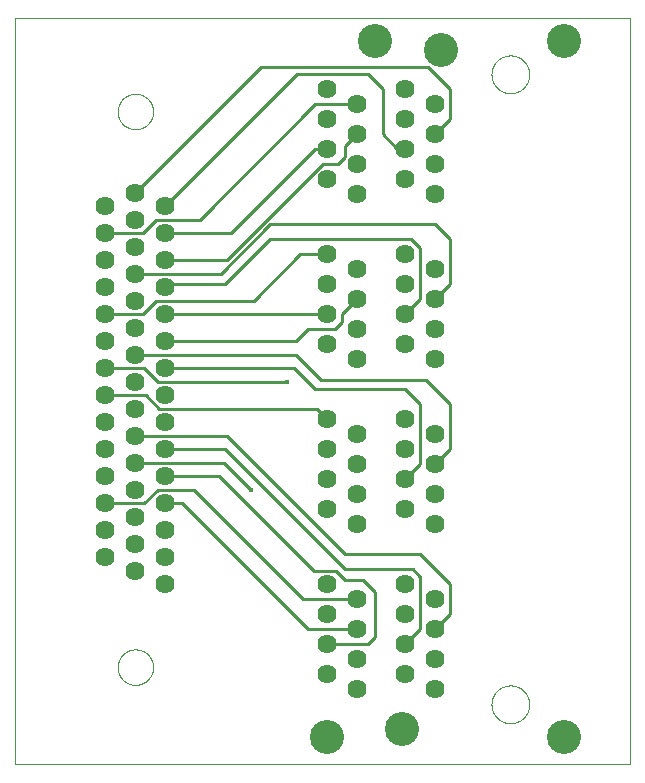
<source format=gbl>
G75*
%MOIN*%
%OFA0B0*%
%FSLAX25Y25*%
%IPPOS*%
%LPD*%
%AMOC8*
5,1,8,0,0,1.08239X$1,22.5*
%
%ADD10C,0.00000*%
%ADD11C,0.06378*%
%ADD12C,0.11339*%
%ADD13C,0.01000*%
%ADD14C,0.01781*%
D10*
X0030619Y0001000D02*
X0030619Y0249701D01*
X0235540Y0249701D01*
X0235540Y0001000D01*
X0030619Y0001000D01*
X0064713Y0033402D02*
X0064715Y0033555D01*
X0064721Y0033709D01*
X0064731Y0033862D01*
X0064745Y0034014D01*
X0064763Y0034167D01*
X0064785Y0034318D01*
X0064810Y0034469D01*
X0064840Y0034620D01*
X0064874Y0034770D01*
X0064911Y0034918D01*
X0064952Y0035066D01*
X0064997Y0035212D01*
X0065046Y0035358D01*
X0065099Y0035502D01*
X0065155Y0035644D01*
X0065215Y0035785D01*
X0065279Y0035925D01*
X0065346Y0036063D01*
X0065417Y0036199D01*
X0065492Y0036333D01*
X0065569Y0036465D01*
X0065651Y0036595D01*
X0065735Y0036723D01*
X0065823Y0036849D01*
X0065914Y0036972D01*
X0066008Y0037093D01*
X0066106Y0037211D01*
X0066206Y0037327D01*
X0066310Y0037440D01*
X0066416Y0037551D01*
X0066525Y0037659D01*
X0066637Y0037764D01*
X0066751Y0037865D01*
X0066869Y0037964D01*
X0066988Y0038060D01*
X0067110Y0038153D01*
X0067235Y0038242D01*
X0067362Y0038329D01*
X0067491Y0038411D01*
X0067622Y0038491D01*
X0067755Y0038567D01*
X0067890Y0038640D01*
X0068027Y0038709D01*
X0068166Y0038774D01*
X0068306Y0038836D01*
X0068448Y0038894D01*
X0068591Y0038949D01*
X0068736Y0039000D01*
X0068882Y0039047D01*
X0069029Y0039090D01*
X0069177Y0039129D01*
X0069326Y0039165D01*
X0069476Y0039196D01*
X0069627Y0039224D01*
X0069778Y0039248D01*
X0069931Y0039268D01*
X0070083Y0039284D01*
X0070236Y0039296D01*
X0070389Y0039304D01*
X0070542Y0039308D01*
X0070696Y0039308D01*
X0070849Y0039304D01*
X0071002Y0039296D01*
X0071155Y0039284D01*
X0071307Y0039268D01*
X0071460Y0039248D01*
X0071611Y0039224D01*
X0071762Y0039196D01*
X0071912Y0039165D01*
X0072061Y0039129D01*
X0072209Y0039090D01*
X0072356Y0039047D01*
X0072502Y0039000D01*
X0072647Y0038949D01*
X0072790Y0038894D01*
X0072932Y0038836D01*
X0073072Y0038774D01*
X0073211Y0038709D01*
X0073348Y0038640D01*
X0073483Y0038567D01*
X0073616Y0038491D01*
X0073747Y0038411D01*
X0073876Y0038329D01*
X0074003Y0038242D01*
X0074128Y0038153D01*
X0074250Y0038060D01*
X0074369Y0037964D01*
X0074487Y0037865D01*
X0074601Y0037764D01*
X0074713Y0037659D01*
X0074822Y0037551D01*
X0074928Y0037440D01*
X0075032Y0037327D01*
X0075132Y0037211D01*
X0075230Y0037093D01*
X0075324Y0036972D01*
X0075415Y0036849D01*
X0075503Y0036723D01*
X0075587Y0036595D01*
X0075669Y0036465D01*
X0075746Y0036333D01*
X0075821Y0036199D01*
X0075892Y0036063D01*
X0075959Y0035925D01*
X0076023Y0035785D01*
X0076083Y0035644D01*
X0076139Y0035502D01*
X0076192Y0035358D01*
X0076241Y0035212D01*
X0076286Y0035066D01*
X0076327Y0034918D01*
X0076364Y0034770D01*
X0076398Y0034620D01*
X0076428Y0034469D01*
X0076453Y0034318D01*
X0076475Y0034167D01*
X0076493Y0034014D01*
X0076507Y0033862D01*
X0076517Y0033709D01*
X0076523Y0033555D01*
X0076525Y0033402D01*
X0076523Y0033249D01*
X0076517Y0033095D01*
X0076507Y0032942D01*
X0076493Y0032790D01*
X0076475Y0032637D01*
X0076453Y0032486D01*
X0076428Y0032335D01*
X0076398Y0032184D01*
X0076364Y0032034D01*
X0076327Y0031886D01*
X0076286Y0031738D01*
X0076241Y0031592D01*
X0076192Y0031446D01*
X0076139Y0031302D01*
X0076083Y0031160D01*
X0076023Y0031019D01*
X0075959Y0030879D01*
X0075892Y0030741D01*
X0075821Y0030605D01*
X0075746Y0030471D01*
X0075669Y0030339D01*
X0075587Y0030209D01*
X0075503Y0030081D01*
X0075415Y0029955D01*
X0075324Y0029832D01*
X0075230Y0029711D01*
X0075132Y0029593D01*
X0075032Y0029477D01*
X0074928Y0029364D01*
X0074822Y0029253D01*
X0074713Y0029145D01*
X0074601Y0029040D01*
X0074487Y0028939D01*
X0074369Y0028840D01*
X0074250Y0028744D01*
X0074128Y0028651D01*
X0074003Y0028562D01*
X0073876Y0028475D01*
X0073747Y0028393D01*
X0073616Y0028313D01*
X0073483Y0028237D01*
X0073348Y0028164D01*
X0073211Y0028095D01*
X0073072Y0028030D01*
X0072932Y0027968D01*
X0072790Y0027910D01*
X0072647Y0027855D01*
X0072502Y0027804D01*
X0072356Y0027757D01*
X0072209Y0027714D01*
X0072061Y0027675D01*
X0071912Y0027639D01*
X0071762Y0027608D01*
X0071611Y0027580D01*
X0071460Y0027556D01*
X0071307Y0027536D01*
X0071155Y0027520D01*
X0071002Y0027508D01*
X0070849Y0027500D01*
X0070696Y0027496D01*
X0070542Y0027496D01*
X0070389Y0027500D01*
X0070236Y0027508D01*
X0070083Y0027520D01*
X0069931Y0027536D01*
X0069778Y0027556D01*
X0069627Y0027580D01*
X0069476Y0027608D01*
X0069326Y0027639D01*
X0069177Y0027675D01*
X0069029Y0027714D01*
X0068882Y0027757D01*
X0068736Y0027804D01*
X0068591Y0027855D01*
X0068448Y0027910D01*
X0068306Y0027968D01*
X0068166Y0028030D01*
X0068027Y0028095D01*
X0067890Y0028164D01*
X0067755Y0028237D01*
X0067622Y0028313D01*
X0067491Y0028393D01*
X0067362Y0028475D01*
X0067235Y0028562D01*
X0067110Y0028651D01*
X0066988Y0028744D01*
X0066869Y0028840D01*
X0066751Y0028939D01*
X0066637Y0029040D01*
X0066525Y0029145D01*
X0066416Y0029253D01*
X0066310Y0029364D01*
X0066206Y0029477D01*
X0066106Y0029593D01*
X0066008Y0029711D01*
X0065914Y0029832D01*
X0065823Y0029955D01*
X0065735Y0030081D01*
X0065651Y0030209D01*
X0065569Y0030339D01*
X0065492Y0030471D01*
X0065417Y0030605D01*
X0065346Y0030741D01*
X0065279Y0030879D01*
X0065215Y0031019D01*
X0065155Y0031160D01*
X0065099Y0031302D01*
X0065046Y0031446D01*
X0064997Y0031592D01*
X0064952Y0031738D01*
X0064911Y0031886D01*
X0064874Y0032034D01*
X0064840Y0032184D01*
X0064810Y0032335D01*
X0064785Y0032486D01*
X0064763Y0032637D01*
X0064745Y0032790D01*
X0064731Y0032942D01*
X0064721Y0033095D01*
X0064715Y0033249D01*
X0064713Y0033402D01*
X0189320Y0021000D02*
X0189322Y0021158D01*
X0189328Y0021316D01*
X0189338Y0021474D01*
X0189352Y0021632D01*
X0189370Y0021789D01*
X0189391Y0021946D01*
X0189417Y0022102D01*
X0189447Y0022258D01*
X0189480Y0022413D01*
X0189518Y0022566D01*
X0189559Y0022719D01*
X0189604Y0022871D01*
X0189653Y0023022D01*
X0189706Y0023171D01*
X0189762Y0023319D01*
X0189822Y0023465D01*
X0189886Y0023610D01*
X0189954Y0023753D01*
X0190025Y0023895D01*
X0190099Y0024035D01*
X0190177Y0024172D01*
X0190259Y0024308D01*
X0190343Y0024442D01*
X0190432Y0024573D01*
X0190523Y0024702D01*
X0190618Y0024829D01*
X0190715Y0024954D01*
X0190816Y0025076D01*
X0190920Y0025195D01*
X0191027Y0025312D01*
X0191137Y0025426D01*
X0191250Y0025537D01*
X0191365Y0025646D01*
X0191483Y0025751D01*
X0191604Y0025853D01*
X0191727Y0025953D01*
X0191853Y0026049D01*
X0191981Y0026142D01*
X0192111Y0026232D01*
X0192244Y0026318D01*
X0192379Y0026402D01*
X0192515Y0026481D01*
X0192654Y0026558D01*
X0192795Y0026630D01*
X0192937Y0026700D01*
X0193081Y0026765D01*
X0193227Y0026827D01*
X0193374Y0026885D01*
X0193523Y0026940D01*
X0193673Y0026991D01*
X0193824Y0027038D01*
X0193976Y0027081D01*
X0194129Y0027120D01*
X0194284Y0027156D01*
X0194439Y0027187D01*
X0194595Y0027215D01*
X0194751Y0027239D01*
X0194908Y0027259D01*
X0195066Y0027275D01*
X0195223Y0027287D01*
X0195382Y0027295D01*
X0195540Y0027299D01*
X0195698Y0027299D01*
X0195856Y0027295D01*
X0196015Y0027287D01*
X0196172Y0027275D01*
X0196330Y0027259D01*
X0196487Y0027239D01*
X0196643Y0027215D01*
X0196799Y0027187D01*
X0196954Y0027156D01*
X0197109Y0027120D01*
X0197262Y0027081D01*
X0197414Y0027038D01*
X0197565Y0026991D01*
X0197715Y0026940D01*
X0197864Y0026885D01*
X0198011Y0026827D01*
X0198157Y0026765D01*
X0198301Y0026700D01*
X0198443Y0026630D01*
X0198584Y0026558D01*
X0198723Y0026481D01*
X0198859Y0026402D01*
X0198994Y0026318D01*
X0199127Y0026232D01*
X0199257Y0026142D01*
X0199385Y0026049D01*
X0199511Y0025953D01*
X0199634Y0025853D01*
X0199755Y0025751D01*
X0199873Y0025646D01*
X0199988Y0025537D01*
X0200101Y0025426D01*
X0200211Y0025312D01*
X0200318Y0025195D01*
X0200422Y0025076D01*
X0200523Y0024954D01*
X0200620Y0024829D01*
X0200715Y0024702D01*
X0200806Y0024573D01*
X0200895Y0024442D01*
X0200979Y0024308D01*
X0201061Y0024172D01*
X0201139Y0024035D01*
X0201213Y0023895D01*
X0201284Y0023753D01*
X0201352Y0023610D01*
X0201416Y0023465D01*
X0201476Y0023319D01*
X0201532Y0023171D01*
X0201585Y0023022D01*
X0201634Y0022871D01*
X0201679Y0022719D01*
X0201720Y0022566D01*
X0201758Y0022413D01*
X0201791Y0022258D01*
X0201821Y0022102D01*
X0201847Y0021946D01*
X0201868Y0021789D01*
X0201886Y0021632D01*
X0201900Y0021474D01*
X0201910Y0021316D01*
X0201916Y0021158D01*
X0201918Y0021000D01*
X0201916Y0020842D01*
X0201910Y0020684D01*
X0201900Y0020526D01*
X0201886Y0020368D01*
X0201868Y0020211D01*
X0201847Y0020054D01*
X0201821Y0019898D01*
X0201791Y0019742D01*
X0201758Y0019587D01*
X0201720Y0019434D01*
X0201679Y0019281D01*
X0201634Y0019129D01*
X0201585Y0018978D01*
X0201532Y0018829D01*
X0201476Y0018681D01*
X0201416Y0018535D01*
X0201352Y0018390D01*
X0201284Y0018247D01*
X0201213Y0018105D01*
X0201139Y0017965D01*
X0201061Y0017828D01*
X0200979Y0017692D01*
X0200895Y0017558D01*
X0200806Y0017427D01*
X0200715Y0017298D01*
X0200620Y0017171D01*
X0200523Y0017046D01*
X0200422Y0016924D01*
X0200318Y0016805D01*
X0200211Y0016688D01*
X0200101Y0016574D01*
X0199988Y0016463D01*
X0199873Y0016354D01*
X0199755Y0016249D01*
X0199634Y0016147D01*
X0199511Y0016047D01*
X0199385Y0015951D01*
X0199257Y0015858D01*
X0199127Y0015768D01*
X0198994Y0015682D01*
X0198859Y0015598D01*
X0198723Y0015519D01*
X0198584Y0015442D01*
X0198443Y0015370D01*
X0198301Y0015300D01*
X0198157Y0015235D01*
X0198011Y0015173D01*
X0197864Y0015115D01*
X0197715Y0015060D01*
X0197565Y0015009D01*
X0197414Y0014962D01*
X0197262Y0014919D01*
X0197109Y0014880D01*
X0196954Y0014844D01*
X0196799Y0014813D01*
X0196643Y0014785D01*
X0196487Y0014761D01*
X0196330Y0014741D01*
X0196172Y0014725D01*
X0196015Y0014713D01*
X0195856Y0014705D01*
X0195698Y0014701D01*
X0195540Y0014701D01*
X0195382Y0014705D01*
X0195223Y0014713D01*
X0195066Y0014725D01*
X0194908Y0014741D01*
X0194751Y0014761D01*
X0194595Y0014785D01*
X0194439Y0014813D01*
X0194284Y0014844D01*
X0194129Y0014880D01*
X0193976Y0014919D01*
X0193824Y0014962D01*
X0193673Y0015009D01*
X0193523Y0015060D01*
X0193374Y0015115D01*
X0193227Y0015173D01*
X0193081Y0015235D01*
X0192937Y0015300D01*
X0192795Y0015370D01*
X0192654Y0015442D01*
X0192515Y0015519D01*
X0192379Y0015598D01*
X0192244Y0015682D01*
X0192111Y0015768D01*
X0191981Y0015858D01*
X0191853Y0015951D01*
X0191727Y0016047D01*
X0191604Y0016147D01*
X0191483Y0016249D01*
X0191365Y0016354D01*
X0191250Y0016463D01*
X0191137Y0016574D01*
X0191027Y0016688D01*
X0190920Y0016805D01*
X0190816Y0016924D01*
X0190715Y0017046D01*
X0190618Y0017171D01*
X0190523Y0017298D01*
X0190432Y0017427D01*
X0190343Y0017558D01*
X0190259Y0017692D01*
X0190177Y0017828D01*
X0190099Y0017965D01*
X0190025Y0018105D01*
X0189954Y0018247D01*
X0189886Y0018390D01*
X0189822Y0018535D01*
X0189762Y0018681D01*
X0189706Y0018829D01*
X0189653Y0018978D01*
X0189604Y0019129D01*
X0189559Y0019281D01*
X0189518Y0019434D01*
X0189480Y0019587D01*
X0189447Y0019742D01*
X0189417Y0019898D01*
X0189391Y0020054D01*
X0189370Y0020211D01*
X0189352Y0020368D01*
X0189338Y0020526D01*
X0189328Y0020684D01*
X0189322Y0020842D01*
X0189320Y0021000D01*
X0064713Y0218598D02*
X0064715Y0218751D01*
X0064721Y0218905D01*
X0064731Y0219058D01*
X0064745Y0219210D01*
X0064763Y0219363D01*
X0064785Y0219514D01*
X0064810Y0219665D01*
X0064840Y0219816D01*
X0064874Y0219966D01*
X0064911Y0220114D01*
X0064952Y0220262D01*
X0064997Y0220408D01*
X0065046Y0220554D01*
X0065099Y0220698D01*
X0065155Y0220840D01*
X0065215Y0220981D01*
X0065279Y0221121D01*
X0065346Y0221259D01*
X0065417Y0221395D01*
X0065492Y0221529D01*
X0065569Y0221661D01*
X0065651Y0221791D01*
X0065735Y0221919D01*
X0065823Y0222045D01*
X0065914Y0222168D01*
X0066008Y0222289D01*
X0066106Y0222407D01*
X0066206Y0222523D01*
X0066310Y0222636D01*
X0066416Y0222747D01*
X0066525Y0222855D01*
X0066637Y0222960D01*
X0066751Y0223061D01*
X0066869Y0223160D01*
X0066988Y0223256D01*
X0067110Y0223349D01*
X0067235Y0223438D01*
X0067362Y0223525D01*
X0067491Y0223607D01*
X0067622Y0223687D01*
X0067755Y0223763D01*
X0067890Y0223836D01*
X0068027Y0223905D01*
X0068166Y0223970D01*
X0068306Y0224032D01*
X0068448Y0224090D01*
X0068591Y0224145D01*
X0068736Y0224196D01*
X0068882Y0224243D01*
X0069029Y0224286D01*
X0069177Y0224325D01*
X0069326Y0224361D01*
X0069476Y0224392D01*
X0069627Y0224420D01*
X0069778Y0224444D01*
X0069931Y0224464D01*
X0070083Y0224480D01*
X0070236Y0224492D01*
X0070389Y0224500D01*
X0070542Y0224504D01*
X0070696Y0224504D01*
X0070849Y0224500D01*
X0071002Y0224492D01*
X0071155Y0224480D01*
X0071307Y0224464D01*
X0071460Y0224444D01*
X0071611Y0224420D01*
X0071762Y0224392D01*
X0071912Y0224361D01*
X0072061Y0224325D01*
X0072209Y0224286D01*
X0072356Y0224243D01*
X0072502Y0224196D01*
X0072647Y0224145D01*
X0072790Y0224090D01*
X0072932Y0224032D01*
X0073072Y0223970D01*
X0073211Y0223905D01*
X0073348Y0223836D01*
X0073483Y0223763D01*
X0073616Y0223687D01*
X0073747Y0223607D01*
X0073876Y0223525D01*
X0074003Y0223438D01*
X0074128Y0223349D01*
X0074250Y0223256D01*
X0074369Y0223160D01*
X0074487Y0223061D01*
X0074601Y0222960D01*
X0074713Y0222855D01*
X0074822Y0222747D01*
X0074928Y0222636D01*
X0075032Y0222523D01*
X0075132Y0222407D01*
X0075230Y0222289D01*
X0075324Y0222168D01*
X0075415Y0222045D01*
X0075503Y0221919D01*
X0075587Y0221791D01*
X0075669Y0221661D01*
X0075746Y0221529D01*
X0075821Y0221395D01*
X0075892Y0221259D01*
X0075959Y0221121D01*
X0076023Y0220981D01*
X0076083Y0220840D01*
X0076139Y0220698D01*
X0076192Y0220554D01*
X0076241Y0220408D01*
X0076286Y0220262D01*
X0076327Y0220114D01*
X0076364Y0219966D01*
X0076398Y0219816D01*
X0076428Y0219665D01*
X0076453Y0219514D01*
X0076475Y0219363D01*
X0076493Y0219210D01*
X0076507Y0219058D01*
X0076517Y0218905D01*
X0076523Y0218751D01*
X0076525Y0218598D01*
X0076523Y0218445D01*
X0076517Y0218291D01*
X0076507Y0218138D01*
X0076493Y0217986D01*
X0076475Y0217833D01*
X0076453Y0217682D01*
X0076428Y0217531D01*
X0076398Y0217380D01*
X0076364Y0217230D01*
X0076327Y0217082D01*
X0076286Y0216934D01*
X0076241Y0216788D01*
X0076192Y0216642D01*
X0076139Y0216498D01*
X0076083Y0216356D01*
X0076023Y0216215D01*
X0075959Y0216075D01*
X0075892Y0215937D01*
X0075821Y0215801D01*
X0075746Y0215667D01*
X0075669Y0215535D01*
X0075587Y0215405D01*
X0075503Y0215277D01*
X0075415Y0215151D01*
X0075324Y0215028D01*
X0075230Y0214907D01*
X0075132Y0214789D01*
X0075032Y0214673D01*
X0074928Y0214560D01*
X0074822Y0214449D01*
X0074713Y0214341D01*
X0074601Y0214236D01*
X0074487Y0214135D01*
X0074369Y0214036D01*
X0074250Y0213940D01*
X0074128Y0213847D01*
X0074003Y0213758D01*
X0073876Y0213671D01*
X0073747Y0213589D01*
X0073616Y0213509D01*
X0073483Y0213433D01*
X0073348Y0213360D01*
X0073211Y0213291D01*
X0073072Y0213226D01*
X0072932Y0213164D01*
X0072790Y0213106D01*
X0072647Y0213051D01*
X0072502Y0213000D01*
X0072356Y0212953D01*
X0072209Y0212910D01*
X0072061Y0212871D01*
X0071912Y0212835D01*
X0071762Y0212804D01*
X0071611Y0212776D01*
X0071460Y0212752D01*
X0071307Y0212732D01*
X0071155Y0212716D01*
X0071002Y0212704D01*
X0070849Y0212696D01*
X0070696Y0212692D01*
X0070542Y0212692D01*
X0070389Y0212696D01*
X0070236Y0212704D01*
X0070083Y0212716D01*
X0069931Y0212732D01*
X0069778Y0212752D01*
X0069627Y0212776D01*
X0069476Y0212804D01*
X0069326Y0212835D01*
X0069177Y0212871D01*
X0069029Y0212910D01*
X0068882Y0212953D01*
X0068736Y0213000D01*
X0068591Y0213051D01*
X0068448Y0213106D01*
X0068306Y0213164D01*
X0068166Y0213226D01*
X0068027Y0213291D01*
X0067890Y0213360D01*
X0067755Y0213433D01*
X0067622Y0213509D01*
X0067491Y0213589D01*
X0067362Y0213671D01*
X0067235Y0213758D01*
X0067110Y0213847D01*
X0066988Y0213940D01*
X0066869Y0214036D01*
X0066751Y0214135D01*
X0066637Y0214236D01*
X0066525Y0214341D01*
X0066416Y0214449D01*
X0066310Y0214560D01*
X0066206Y0214673D01*
X0066106Y0214789D01*
X0066008Y0214907D01*
X0065914Y0215028D01*
X0065823Y0215151D01*
X0065735Y0215277D01*
X0065651Y0215405D01*
X0065569Y0215535D01*
X0065492Y0215667D01*
X0065417Y0215801D01*
X0065346Y0215937D01*
X0065279Y0216075D01*
X0065215Y0216215D01*
X0065155Y0216356D01*
X0065099Y0216498D01*
X0065046Y0216642D01*
X0064997Y0216788D01*
X0064952Y0216934D01*
X0064911Y0217082D01*
X0064874Y0217230D01*
X0064840Y0217380D01*
X0064810Y0217531D01*
X0064785Y0217682D01*
X0064763Y0217833D01*
X0064745Y0217986D01*
X0064731Y0218138D01*
X0064721Y0218291D01*
X0064715Y0218445D01*
X0064713Y0218598D01*
X0189320Y0231000D02*
X0189322Y0231158D01*
X0189328Y0231316D01*
X0189338Y0231474D01*
X0189352Y0231632D01*
X0189370Y0231789D01*
X0189391Y0231946D01*
X0189417Y0232102D01*
X0189447Y0232258D01*
X0189480Y0232413D01*
X0189518Y0232566D01*
X0189559Y0232719D01*
X0189604Y0232871D01*
X0189653Y0233022D01*
X0189706Y0233171D01*
X0189762Y0233319D01*
X0189822Y0233465D01*
X0189886Y0233610D01*
X0189954Y0233753D01*
X0190025Y0233895D01*
X0190099Y0234035D01*
X0190177Y0234172D01*
X0190259Y0234308D01*
X0190343Y0234442D01*
X0190432Y0234573D01*
X0190523Y0234702D01*
X0190618Y0234829D01*
X0190715Y0234954D01*
X0190816Y0235076D01*
X0190920Y0235195D01*
X0191027Y0235312D01*
X0191137Y0235426D01*
X0191250Y0235537D01*
X0191365Y0235646D01*
X0191483Y0235751D01*
X0191604Y0235853D01*
X0191727Y0235953D01*
X0191853Y0236049D01*
X0191981Y0236142D01*
X0192111Y0236232D01*
X0192244Y0236318D01*
X0192379Y0236402D01*
X0192515Y0236481D01*
X0192654Y0236558D01*
X0192795Y0236630D01*
X0192937Y0236700D01*
X0193081Y0236765D01*
X0193227Y0236827D01*
X0193374Y0236885D01*
X0193523Y0236940D01*
X0193673Y0236991D01*
X0193824Y0237038D01*
X0193976Y0237081D01*
X0194129Y0237120D01*
X0194284Y0237156D01*
X0194439Y0237187D01*
X0194595Y0237215D01*
X0194751Y0237239D01*
X0194908Y0237259D01*
X0195066Y0237275D01*
X0195223Y0237287D01*
X0195382Y0237295D01*
X0195540Y0237299D01*
X0195698Y0237299D01*
X0195856Y0237295D01*
X0196015Y0237287D01*
X0196172Y0237275D01*
X0196330Y0237259D01*
X0196487Y0237239D01*
X0196643Y0237215D01*
X0196799Y0237187D01*
X0196954Y0237156D01*
X0197109Y0237120D01*
X0197262Y0237081D01*
X0197414Y0237038D01*
X0197565Y0236991D01*
X0197715Y0236940D01*
X0197864Y0236885D01*
X0198011Y0236827D01*
X0198157Y0236765D01*
X0198301Y0236700D01*
X0198443Y0236630D01*
X0198584Y0236558D01*
X0198723Y0236481D01*
X0198859Y0236402D01*
X0198994Y0236318D01*
X0199127Y0236232D01*
X0199257Y0236142D01*
X0199385Y0236049D01*
X0199511Y0235953D01*
X0199634Y0235853D01*
X0199755Y0235751D01*
X0199873Y0235646D01*
X0199988Y0235537D01*
X0200101Y0235426D01*
X0200211Y0235312D01*
X0200318Y0235195D01*
X0200422Y0235076D01*
X0200523Y0234954D01*
X0200620Y0234829D01*
X0200715Y0234702D01*
X0200806Y0234573D01*
X0200895Y0234442D01*
X0200979Y0234308D01*
X0201061Y0234172D01*
X0201139Y0234035D01*
X0201213Y0233895D01*
X0201284Y0233753D01*
X0201352Y0233610D01*
X0201416Y0233465D01*
X0201476Y0233319D01*
X0201532Y0233171D01*
X0201585Y0233022D01*
X0201634Y0232871D01*
X0201679Y0232719D01*
X0201720Y0232566D01*
X0201758Y0232413D01*
X0201791Y0232258D01*
X0201821Y0232102D01*
X0201847Y0231946D01*
X0201868Y0231789D01*
X0201886Y0231632D01*
X0201900Y0231474D01*
X0201910Y0231316D01*
X0201916Y0231158D01*
X0201918Y0231000D01*
X0201916Y0230842D01*
X0201910Y0230684D01*
X0201900Y0230526D01*
X0201886Y0230368D01*
X0201868Y0230211D01*
X0201847Y0230054D01*
X0201821Y0229898D01*
X0201791Y0229742D01*
X0201758Y0229587D01*
X0201720Y0229434D01*
X0201679Y0229281D01*
X0201634Y0229129D01*
X0201585Y0228978D01*
X0201532Y0228829D01*
X0201476Y0228681D01*
X0201416Y0228535D01*
X0201352Y0228390D01*
X0201284Y0228247D01*
X0201213Y0228105D01*
X0201139Y0227965D01*
X0201061Y0227828D01*
X0200979Y0227692D01*
X0200895Y0227558D01*
X0200806Y0227427D01*
X0200715Y0227298D01*
X0200620Y0227171D01*
X0200523Y0227046D01*
X0200422Y0226924D01*
X0200318Y0226805D01*
X0200211Y0226688D01*
X0200101Y0226574D01*
X0199988Y0226463D01*
X0199873Y0226354D01*
X0199755Y0226249D01*
X0199634Y0226147D01*
X0199511Y0226047D01*
X0199385Y0225951D01*
X0199257Y0225858D01*
X0199127Y0225768D01*
X0198994Y0225682D01*
X0198859Y0225598D01*
X0198723Y0225519D01*
X0198584Y0225442D01*
X0198443Y0225370D01*
X0198301Y0225300D01*
X0198157Y0225235D01*
X0198011Y0225173D01*
X0197864Y0225115D01*
X0197715Y0225060D01*
X0197565Y0225009D01*
X0197414Y0224962D01*
X0197262Y0224919D01*
X0197109Y0224880D01*
X0196954Y0224844D01*
X0196799Y0224813D01*
X0196643Y0224785D01*
X0196487Y0224761D01*
X0196330Y0224741D01*
X0196172Y0224725D01*
X0196015Y0224713D01*
X0195856Y0224705D01*
X0195698Y0224701D01*
X0195540Y0224701D01*
X0195382Y0224705D01*
X0195223Y0224713D01*
X0195066Y0224725D01*
X0194908Y0224741D01*
X0194751Y0224761D01*
X0194595Y0224785D01*
X0194439Y0224813D01*
X0194284Y0224844D01*
X0194129Y0224880D01*
X0193976Y0224919D01*
X0193824Y0224962D01*
X0193673Y0225009D01*
X0193523Y0225060D01*
X0193374Y0225115D01*
X0193227Y0225173D01*
X0193081Y0225235D01*
X0192937Y0225300D01*
X0192795Y0225370D01*
X0192654Y0225442D01*
X0192515Y0225519D01*
X0192379Y0225598D01*
X0192244Y0225682D01*
X0192111Y0225768D01*
X0191981Y0225858D01*
X0191853Y0225951D01*
X0191727Y0226047D01*
X0191604Y0226147D01*
X0191483Y0226249D01*
X0191365Y0226354D01*
X0191250Y0226463D01*
X0191137Y0226574D01*
X0191027Y0226688D01*
X0190920Y0226805D01*
X0190816Y0226924D01*
X0190715Y0227046D01*
X0190618Y0227171D01*
X0190523Y0227298D01*
X0190432Y0227427D01*
X0190343Y0227558D01*
X0190259Y0227692D01*
X0190177Y0227828D01*
X0190099Y0227965D01*
X0190025Y0228105D01*
X0189954Y0228247D01*
X0189886Y0228390D01*
X0189822Y0228535D01*
X0189762Y0228681D01*
X0189706Y0228829D01*
X0189653Y0228978D01*
X0189604Y0229129D01*
X0189559Y0229281D01*
X0189518Y0229434D01*
X0189480Y0229587D01*
X0189447Y0229742D01*
X0189417Y0229898D01*
X0189391Y0230054D01*
X0189370Y0230211D01*
X0189352Y0230368D01*
X0189338Y0230526D01*
X0189328Y0230684D01*
X0189322Y0230842D01*
X0189320Y0231000D01*
D11*
X0170619Y0221000D03*
X0170619Y0211000D03*
X0170619Y0201000D03*
X0170619Y0191000D03*
X0160619Y0196000D03*
X0160619Y0206000D03*
X0160619Y0216000D03*
X0160619Y0226000D03*
X0144635Y0221000D03*
X0144635Y0211000D03*
X0144635Y0201000D03*
X0144635Y0191000D03*
X0134635Y0196000D03*
X0134635Y0206000D03*
X0134635Y0216000D03*
X0134635Y0226000D03*
X0134635Y0171000D03*
X0134635Y0161000D03*
X0134635Y0151000D03*
X0134635Y0141000D03*
X0144635Y0136000D03*
X0144635Y0146000D03*
X0144635Y0156000D03*
X0144635Y0166000D03*
X0160619Y0161000D03*
X0160619Y0151000D03*
X0160619Y0141000D03*
X0170619Y0136000D03*
X0170619Y0146000D03*
X0170619Y0156000D03*
X0170619Y0166000D03*
X0160619Y0171000D03*
X0160619Y0116000D03*
X0160619Y0106000D03*
X0160619Y0096000D03*
X0160619Y0086000D03*
X0170619Y0081000D03*
X0170619Y0091000D03*
X0170619Y0101000D03*
X0170619Y0111000D03*
X0144635Y0111000D03*
X0144635Y0101000D03*
X0144635Y0091000D03*
X0144635Y0081000D03*
X0134635Y0086000D03*
X0134635Y0096000D03*
X0134635Y0106000D03*
X0134635Y0116000D03*
X0134635Y0061000D03*
X0134635Y0051000D03*
X0134635Y0041000D03*
X0134635Y0031000D03*
X0144635Y0026000D03*
X0144635Y0036000D03*
X0144635Y0046000D03*
X0144635Y0056000D03*
X0160619Y0051000D03*
X0160619Y0041000D03*
X0160619Y0031000D03*
X0170619Y0026000D03*
X0170619Y0036000D03*
X0170619Y0046000D03*
X0170619Y0056000D03*
X0160619Y0061000D03*
X0080619Y0061012D03*
X0080619Y0070012D03*
X0080619Y0079012D03*
X0080619Y0088012D03*
X0080619Y0097012D03*
X0080619Y0106012D03*
X0080619Y0115012D03*
X0080619Y0124012D03*
X0080619Y0133012D03*
X0080619Y0142012D03*
X0080619Y0151012D03*
X0080619Y0160012D03*
X0080619Y0169012D03*
X0080619Y0178012D03*
X0080619Y0187012D03*
X0070619Y0191512D03*
X0070619Y0182512D03*
X0070619Y0173512D03*
X0070619Y0164512D03*
X0070619Y0155512D03*
X0070619Y0146512D03*
X0070619Y0137512D03*
X0070619Y0128512D03*
X0070619Y0119512D03*
X0070619Y0110512D03*
X0070619Y0101512D03*
X0070619Y0092512D03*
X0070619Y0083512D03*
X0070619Y0074512D03*
X0070619Y0065512D03*
X0060619Y0070012D03*
X0060619Y0079012D03*
X0060619Y0088012D03*
X0060619Y0097012D03*
X0060619Y0106012D03*
X0060619Y0115012D03*
X0060619Y0124012D03*
X0060619Y0133012D03*
X0060619Y0142012D03*
X0060619Y0151012D03*
X0060619Y0160012D03*
X0060619Y0169012D03*
X0060619Y0178012D03*
X0060619Y0187012D03*
D12*
X0150619Y0242024D03*
X0172587Y0239071D03*
X0213611Y0242024D03*
X0159595Y0012929D03*
X0134595Y0009976D03*
X0213611Y0009976D03*
D13*
X0175619Y0051000D02*
X0170619Y0046000D01*
X0165619Y0046000D02*
X0160619Y0041000D01*
X0165619Y0046000D02*
X0165619Y0063500D01*
X0163119Y0066000D01*
X0140619Y0066000D01*
X0100607Y0106012D01*
X0080619Y0106012D01*
X0080619Y0097012D02*
X0098607Y0097012D01*
X0130119Y0065500D01*
X0137619Y0065500D01*
X0140619Y0062500D01*
X0146619Y0062500D01*
X0150619Y0058500D01*
X0150619Y0043500D01*
X0148119Y0041000D01*
X0134635Y0041000D01*
X0128119Y0046000D02*
X0144635Y0046000D01*
X0144635Y0056000D02*
X0126619Y0056000D01*
X0090119Y0092500D01*
X0078119Y0092500D01*
X0073631Y0088012D01*
X0060619Y0088012D01*
X0070619Y0101512D02*
X0100107Y0101512D01*
X0109119Y0092500D01*
X0101107Y0110512D02*
X0140619Y0071000D01*
X0165619Y0071000D01*
X0175619Y0061000D01*
X0175619Y0051000D01*
X0160619Y0096000D02*
X0165619Y0101000D01*
X0165619Y0121000D01*
X0160619Y0126000D01*
X0130619Y0126000D01*
X0123607Y0133012D01*
X0080619Y0133012D01*
X0078119Y0128500D02*
X0121119Y0128500D01*
X0124107Y0137512D02*
X0132619Y0129000D01*
X0167619Y0129000D01*
X0175619Y0121000D01*
X0175619Y0106000D01*
X0170619Y0101000D01*
X0134635Y0116000D02*
X0131135Y0119500D01*
X0078619Y0119500D01*
X0074107Y0124012D01*
X0060619Y0124012D01*
X0060619Y0133012D02*
X0073607Y0133012D01*
X0078119Y0128500D01*
X0070619Y0137512D02*
X0124107Y0137512D01*
X0124131Y0142012D02*
X0128119Y0146000D01*
X0137119Y0146000D01*
X0139619Y0148500D01*
X0139619Y0150984D01*
X0144635Y0156000D01*
X0134635Y0151000D02*
X0134623Y0151012D01*
X0080619Y0151012D01*
X0077619Y0155500D02*
X0110119Y0155500D01*
X0125619Y0171000D01*
X0134635Y0171000D01*
X0115619Y0176000D02*
X0162619Y0176000D01*
X0165619Y0173000D01*
X0165619Y0156000D01*
X0160619Y0151000D01*
X0170619Y0156000D02*
X0175619Y0161000D01*
X0175619Y0176000D01*
X0170619Y0181000D01*
X0115619Y0181000D01*
X0099119Y0164500D01*
X0070619Y0164512D01*
X0077619Y0155500D02*
X0073131Y0151012D01*
X0060619Y0151012D01*
X0080619Y0160012D02*
X0081607Y0161000D01*
X0100619Y0161000D01*
X0115619Y0176000D01*
X0102631Y0178012D02*
X0130619Y0206000D01*
X0134635Y0206000D01*
X0133119Y0201000D02*
X0138119Y0201000D01*
X0140619Y0203500D01*
X0140619Y0206984D01*
X0144635Y0211000D01*
X0153119Y0211000D02*
X0153119Y0226000D01*
X0148119Y0231000D01*
X0124607Y0231000D01*
X0080619Y0187012D01*
X0077619Y0182500D02*
X0092119Y0182500D01*
X0130619Y0221000D01*
X0144635Y0221000D01*
X0153119Y0211000D02*
X0157619Y0206500D01*
X0157619Y0206000D01*
X0160619Y0206000D01*
X0170619Y0211000D02*
X0175619Y0216000D01*
X0175619Y0226000D01*
X0168119Y0233500D01*
X0112607Y0233500D01*
X0070619Y0191512D01*
X0077619Y0182500D02*
X0073131Y0178012D01*
X0060619Y0178012D01*
X0080619Y0178012D02*
X0102631Y0178012D01*
X0101131Y0169012D02*
X0133119Y0201000D01*
X0101131Y0169012D02*
X0080619Y0169012D01*
X0080619Y0142012D02*
X0124131Y0142012D01*
X0101107Y0110512D02*
X0070619Y0110512D01*
X0080619Y0088012D02*
X0086107Y0088012D01*
X0128119Y0046000D01*
D14*
X0109119Y0092500D03*
X0121119Y0128500D03*
M02*

</source>
